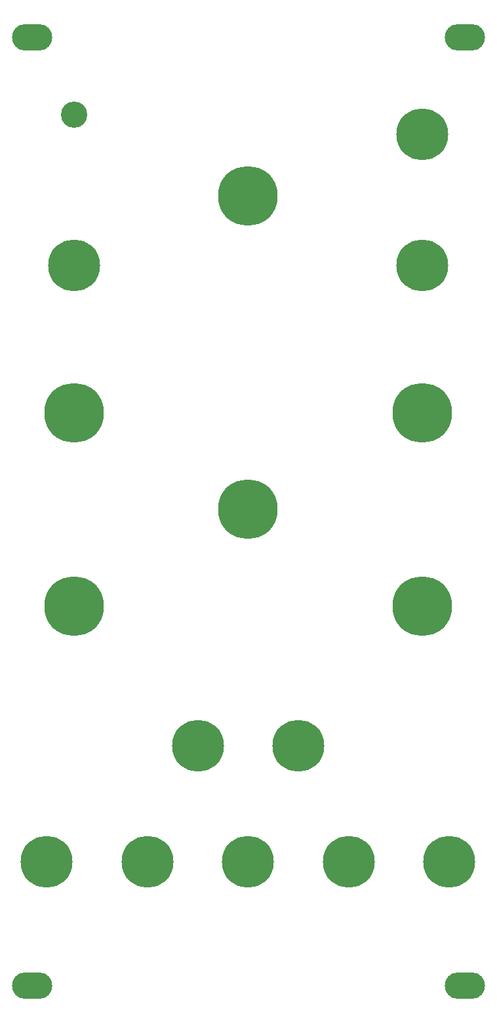
<source format=gts>
G04 #@! TF.GenerationSoftware,KiCad,Pcbnew,(5.0.0-rc2)*
G04 #@! TF.CreationDate,2020-07-08T18:04:12+03:00*
G04 #@! TF.ProjectId,BBDPNL2,424244504E4C322E6B696361645F7063,rev?*
G04 #@! TF.SameCoordinates,PX2549e60PY82a7440*
G04 #@! TF.FileFunction,Soldermask,Top*
G04 #@! TF.FilePolarity,Negative*
%FSLAX46Y46*%
G04 Gerber Fmt 4.6, Leading zero omitted, Abs format (unit mm)*
G04 Created by KiCad (PCBNEW (5.0.0-rc2)) date Wed Jul  8 18:04:12 2020*
%MOMM*%
%LPD*%
G01*
G04 APERTURE LIST*
%ADD10C,7.700000*%
%ADD11C,6.700000*%
%ADD12O,5.200000X3.400000*%
%ADD13C,3.400000*%
G04 APERTURE END LIST*
D10*
G04 #@! TO.C,Ref\002A\002A*
X57900000Y52000000D03*
G04 #@! TD*
G04 #@! TO.C,Ref\002A\002A*
X12900000Y52000000D03*
G04 #@! TD*
G04 #@! TO.C,Ref\002A\002A*
X35400000Y64500000D03*
G04 #@! TD*
G04 #@! TO.C,Ref\002A\002A*
X57900000Y77000000D03*
G04 #@! TD*
G04 #@! TO.C,Ref\002A\002A*
X12900000Y77000000D03*
G04 #@! TD*
G04 #@! TO.C,Ref\002A\002A*
X35400000Y105000000D03*
G04 #@! TD*
D11*
G04 #@! TO.C,Ref\002A\002A*
X12900000Y96000000D03*
G04 #@! TD*
G04 #@! TO.C,Ref\002A\002A*
X57900000Y96000000D03*
G04 #@! TD*
G04 #@! TO.C,Ref\002A\002A*
X57900000Y113000000D03*
G04 #@! TD*
D12*
G04 #@! TO.C,X*
X63400000Y125500000D03*
G04 #@! TD*
G04 #@! TO.C,X*
X7500000Y125500000D03*
G04 #@! TD*
G04 #@! TO.C,X*
X63400000Y3000000D03*
G04 #@! TD*
G04 #@! TO.C,X*
X7500000Y3000000D03*
G04 #@! TD*
D13*
G04 #@! TO.C,Ref\002A\002A*
X12900000Y115500000D03*
G04 #@! TD*
D11*
G04 #@! TO.C,Ref\002A\002A*
X28900000Y34000000D03*
G04 #@! TD*
G04 #@! TO.C,Ref\002A\002A*
X41900000Y34000000D03*
G04 #@! TD*
G04 #@! TO.C,Ref\002A\002A*
X9400000Y19000000D03*
G04 #@! TD*
G04 #@! TO.C,Ref\002A\002A*
X22400000Y19000000D03*
G04 #@! TD*
G04 #@! TO.C,Ref\002A\002A*
X35400000Y19000000D03*
G04 #@! TD*
G04 #@! TO.C,Ref\002A\002A*
X48400000Y19000000D03*
G04 #@! TD*
G04 #@! TO.C,Ref\002A\002A*
X61400000Y19000000D03*
G04 #@! TD*
M02*

</source>
